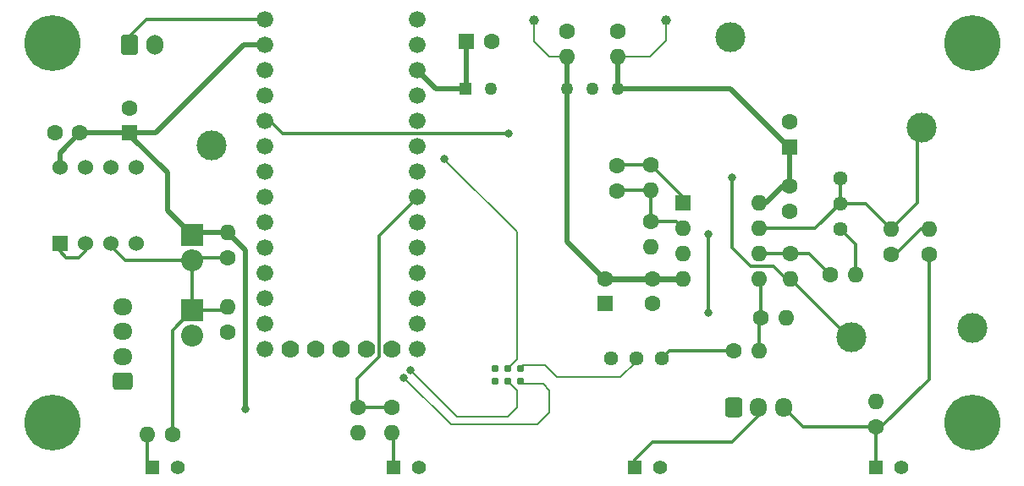
<source format=gbr>
%TF.GenerationSoftware,KiCad,Pcbnew,8.0.1*%
%TF.CreationDate,2024-04-27T15:38:08-04:00*%
%TF.ProjectId,odc-1.2,6f64632d-312e-4322-9e6b-696361645f70,1.2.1*%
%TF.SameCoordinates,Original*%
%TF.FileFunction,Copper,L1,Top*%
%TF.FilePolarity,Positive*%
%FSLAX46Y46*%
G04 Gerber Fmt 4.6, Leading zero omitted, Abs format (unit mm)*
G04 Created by KiCad (PCBNEW 8.0.1) date 2024-04-27 15:38:08*
%MOMM*%
%LPD*%
G01*
G04 APERTURE LIST*
G04 Aperture macros list*
%AMRoundRect*
0 Rectangle with rounded corners*
0 $1 Rounding radius*
0 $2 $3 $4 $5 $6 $7 $8 $9 X,Y pos of 4 corners*
0 Add a 4 corners polygon primitive as box body*
4,1,4,$2,$3,$4,$5,$6,$7,$8,$9,$2,$3,0*
0 Add four circle primitives for the rounded corners*
1,1,$1+$1,$2,$3*
1,1,$1+$1,$4,$5*
1,1,$1+$1,$6,$7*
1,1,$1+$1,$8,$9*
0 Add four rect primitives between the rounded corners*
20,1,$1+$1,$2,$3,$4,$5,0*
20,1,$1+$1,$4,$5,$6,$7,0*
20,1,$1+$1,$6,$7,$8,$9,0*
20,1,$1+$1,$8,$9,$2,$3,0*%
G04 Aperture macros list end*
%TA.AperFunction,ComponentPad*%
%ADD10C,1.600000*%
%TD*%
%TA.AperFunction,ComponentPad*%
%ADD11C,1.440000*%
%TD*%
%TA.AperFunction,ComponentPad*%
%ADD12C,3.000000*%
%TD*%
%TA.AperFunction,ComponentPad*%
%ADD13RoundRect,0.250000X0.725000X-0.600000X0.725000X0.600000X-0.725000X0.600000X-0.725000X-0.600000X0*%
%TD*%
%TA.AperFunction,ComponentPad*%
%ADD14O,1.950000X1.700000*%
%TD*%
%TA.AperFunction,SMDPad,CuDef*%
%ADD15C,1.000000*%
%TD*%
%TA.AperFunction,ComponentPad*%
%ADD16O,1.600000X1.600000*%
%TD*%
%TA.AperFunction,ComponentPad*%
%ADD17R,2.200000X2.200000*%
%TD*%
%TA.AperFunction,ComponentPad*%
%ADD18O,2.200000X2.200000*%
%TD*%
%TA.AperFunction,ComponentPad*%
%ADD19C,5.600000*%
%TD*%
%TA.AperFunction,ComponentPad*%
%ADD20RoundRect,0.250000X-0.600000X-0.725000X0.600000X-0.725000X0.600000X0.725000X-0.600000X0.725000X0*%
%TD*%
%TA.AperFunction,ComponentPad*%
%ADD21O,1.700000X1.950000*%
%TD*%
%TA.AperFunction,ComponentPad*%
%ADD22R,1.398000X1.398000*%
%TD*%
%TA.AperFunction,ComponentPad*%
%ADD23C,1.398000*%
%TD*%
%TA.AperFunction,ConnectorPad*%
%ADD24C,0.787400*%
%TD*%
%TA.AperFunction,ComponentPad*%
%ADD25R,1.524000X1.524000*%
%TD*%
%TA.AperFunction,ComponentPad*%
%ADD26C,1.524000*%
%TD*%
%TA.AperFunction,ComponentPad*%
%ADD27R,1.270000X1.270000*%
%TD*%
%TA.AperFunction,ComponentPad*%
%ADD28C,1.270000*%
%TD*%
%TA.AperFunction,ComponentPad*%
%ADD29R,1.600000X1.600000*%
%TD*%
%TA.AperFunction,ComponentPad*%
%ADD30C,1.676400*%
%TD*%
%TA.AperFunction,ComponentPad*%
%ADD31C,1.778000*%
%TD*%
%TA.AperFunction,ComponentPad*%
%ADD32RoundRect,0.250000X-0.600000X-0.750000X0.600000X-0.750000X0.600000X0.750000X-0.600000X0.750000X0*%
%TD*%
%TA.AperFunction,ComponentPad*%
%ADD33O,1.700000X2.000000*%
%TD*%
%TA.AperFunction,ViaPad*%
%ADD34C,0.800000*%
%TD*%
%TA.AperFunction,Conductor*%
%ADD35C,0.300000*%
%TD*%
%TA.AperFunction,Conductor*%
%ADD36C,0.150000*%
%TD*%
%TA.AperFunction,Conductor*%
%ADD37C,0.200000*%
%TD*%
%TA.AperFunction,Conductor*%
%ADD38C,0.500000*%
%TD*%
G04 APERTURE END LIST*
D10*
%TO.P,C4,1*%
%TO.N,-12V*%
X114008000Y-77630000D03*
%TO.P,C4,2*%
%TO.N,GND*%
X114008000Y-80130000D03*
%TD*%
%TO.P,C3,1*%
%TO.N,GND*%
X127724000Y-70828000D03*
%TO.P,C3,2*%
%TO.N,+12V*%
X127724000Y-68328000D03*
%TD*%
D11*
%TO.P,RV2,1,1*%
%TO.N,Net-(R16-Pad2)*%
X132804000Y-72606000D03*
%TO.P,RV2,2,2*%
%TO.N,Net-(R1-Pad2)*%
X132804000Y-70066000D03*
%TO.P,RV2,3,3*%
X132804000Y-67526000D03*
%TD*%
D12*
%TO.P,TP11,1,1*%
%TO.N,VIN*%
X69950000Y-64300000D03*
%TD*%
D13*
%TO.P,J6,1,Pin_1*%
%TO.N,ADC_EXP1*%
X61000000Y-87900000D03*
D14*
%TO.P,J6,2,Pin_2*%
%TO.N,ADC_EXP2*%
X61000000Y-85400000D03*
%TO.P,J6,3,Pin_3*%
%TO.N,GND*%
X61000000Y-82900000D03*
%TO.P,J6,4,Pin_4*%
%TO.N,+3V3*%
X61000000Y-80400000D03*
%TD*%
D15*
%TO.P,TP9,1,1*%
%TO.N,+12V*%
X115350000Y-51700000D03*
%TD*%
D10*
%TO.P,C8,1*%
%TO.N,Net-(SW1-A)*%
X110452000Y-66296000D03*
%TO.P,C8,2*%
%TO.N,Net-(U2A--)*%
X110452000Y-68796000D03*
%TD*%
%TO.P,R2,1*%
%TO.N,Net-(J3-In)*%
X141694000Y-75146000D03*
D16*
%TO.P,R2,2*%
%TO.N,Net-(U2A-+)*%
X141694000Y-72606000D03*
%TD*%
D10*
%TO.P,R10,1*%
%TO.N,Net-(D1-A)*%
X66045000Y-93250000D03*
D16*
%TO.P,R10,2*%
%TO.N,Net-(J4-In)*%
X63505000Y-93250000D03*
%TD*%
D12*
%TO.P,TP7,1,1*%
%TO.N,GND*%
X121825000Y-53400000D03*
%TD*%
D10*
%TO.P,C1,1*%
%TO.N,+3V3*%
X56750000Y-63000000D03*
%TO.P,C1,2*%
%TO.N,GND*%
X54250000Y-63000000D03*
%TD*%
%TO.P,R13,1*%
%TO.N,GND*%
X105500000Y-52794000D03*
D16*
%TO.P,R13,2*%
%TO.N,-12V*%
X105500000Y-55334000D03*
%TD*%
D17*
%TO.P,D2,1,K*%
%TO.N,Net-(D1-A)*%
X68000000Y-80750000D03*
D18*
%TO.P,D2,2,A*%
%TO.N,GND*%
X68000000Y-83290000D03*
%TD*%
D10*
%TO.P,R3,1*%
%TO.N,Net-(SW1-A)*%
X113903000Y-66200000D03*
D16*
%TO.P,R3,2*%
%TO.N,Net-(U2A--)*%
X113903000Y-68740000D03*
%TD*%
D19*
%TO.P,H2,1,1*%
%TO.N,GND*%
X146000000Y-54000000D03*
%TD*%
D10*
%TO.P,R11,1*%
%TO.N,Net-(D1-A)*%
X71500000Y-75500000D03*
D16*
%TO.P,R11,2*%
%TO.N,+3V3*%
X71500000Y-72960000D03*
%TD*%
D20*
%TO.P,SW1,1,A*%
%TO.N,Net-(SW1-A)*%
X122133000Y-90513000D03*
D21*
%TO.P,SW1,2,B*%
%TO.N,Net-(J2-In)*%
X124633000Y-90513000D03*
%TO.P,SW1,3,C*%
%TO.N,Net-(J3-In)*%
X127133000Y-90513000D03*
%TD*%
D12*
%TO.P,TP6,1,1*%
%TO.N,GND*%
X146012000Y-82512000D03*
%TD*%
D22*
%TO.P,J1,1,In*%
%TO.N,Net-(J1-In)*%
X88124082Y-96520000D03*
D23*
%TO.P,J1,2,Ext*%
%TO.N,GND*%
X90664082Y-96520000D03*
%TD*%
D24*
%TO.P,J7,1,VCC*%
%TO.N,+3V3*%
X100805000Y-86581000D03*
%TO.P,J7,2,SWDIO*%
%TO.N,Net-(J5-SWDIO)*%
X100805000Y-87851000D03*
%TO.P,J7,3,~{RESET}*%
%TO.N,Net-(J5-RESET)*%
X99535000Y-86581000D03*
%TO.P,J7,4,SWCLK*%
%TO.N,Net-(J5-SWCLK)*%
X99535000Y-87851000D03*
%TO.P,J7,5,GND*%
%TO.N,GND*%
X98265000Y-86581000D03*
%TO.P,J7,6,SWO*%
%TO.N,unconnected-(J7-SWO-Pad6)*%
X98265000Y-87851000D03*
%TD*%
D22*
%TO.P,J4,1,In*%
%TO.N,Net-(J4-In)*%
X64000000Y-96520000D03*
D23*
%TO.P,J4,2,Ext*%
%TO.N,GND*%
X66540000Y-96520000D03*
%TD*%
D19*
%TO.P,H1,1,1*%
%TO.N,GND*%
X146000000Y-92000000D03*
%TD*%
D25*
%TO.P,U1,1,OUT1*%
%TO.N,VIN*%
X54750000Y-74120000D03*
D26*
%TO.P,U1,2,-IN1*%
X57290000Y-74120000D03*
%TO.P,U1,3,+IN1*%
%TO.N,Net-(D1-A)*%
X59830000Y-74120000D03*
%TO.P,U1,4,-VS*%
%TO.N,GND*%
X62370000Y-74120000D03*
%TO.P,U1,5,+IN2*%
%TO.N,unconnected-(U1-+IN2-Pad5)*%
X62370000Y-66500000D03*
%TO.P,U1,6,-IN2*%
%TO.N,unconnected-(U1--IN2-Pad6)*%
X59830000Y-66500000D03*
%TO.P,U1,7,OUT2*%
%TO.N,unconnected-(U1-OUT2-Pad7)*%
X57290000Y-66500000D03*
%TO.P,U1,8,+VS*%
%TO.N,+3V3*%
X54750000Y-66500000D03*
%TD*%
D10*
%TO.P,R15,1*%
%TO.N,Net-(R15-Pad1)*%
X122136000Y-84798000D03*
D16*
%TO.P,R15,2*%
%TO.N,Net-(U2B-+)*%
X124676000Y-84798000D03*
%TD*%
D19*
%TO.P,H4,1,1*%
%TO.N,GND*%
X54000000Y-92000000D03*
%TD*%
D10*
%TO.P,R8,1*%
%TO.N,TTL*%
X88000000Y-90500000D03*
D16*
%TO.P,R8,2*%
%TO.N,Net-(J1-In)*%
X88000000Y-93040000D03*
%TD*%
D27*
%TO.P,U3,1,+VIN(VCC)*%
%TO.N,+5V*%
X95350000Y-58600000D03*
D28*
%TO.P,U3,2,-VIN(GND)*%
%TO.N,GND*%
X97890000Y-58600000D03*
%TO.P,U3,5,-VOUT*%
%TO.N,-12V*%
X105510000Y-58600000D03*
%TO.P,U3,6,COMMON*%
%TO.N,GND*%
X108050000Y-58600000D03*
%TO.P,U3,7,+VOUT*%
%TO.N,+12V*%
X110590000Y-58600000D03*
%TD*%
D29*
%TO.P,C7,1*%
%TO.N,GND*%
X109309000Y-80099000D03*
D10*
%TO.P,C7,2*%
%TO.N,-12V*%
X109309000Y-77599000D03*
%TD*%
D22*
%TO.P,J2,1,In*%
%TO.N,Net-(J2-In)*%
X112248164Y-96520000D03*
D23*
%TO.P,J2,2,Ext*%
%TO.N,GND*%
X114788164Y-96520000D03*
%TD*%
D10*
%TO.P,R1,1*%
%TO.N,Net-(U2A-+)*%
X137884000Y-75146000D03*
D16*
%TO.P,R1,2*%
%TO.N,Net-(R1-Pad2)*%
X137884000Y-72606000D03*
%TD*%
D29*
%TO.P,C5,1*%
%TO.N,+5V*%
X95415200Y-53810000D03*
D10*
%TO.P,C5,2*%
%TO.N,GND*%
X97915200Y-53810000D03*
%TD*%
D17*
%TO.P,D1,1,K*%
%TO.N,+3V3*%
X68000000Y-73250000D03*
D18*
%TO.P,D1,2,A*%
%TO.N,Net-(D1-A)*%
X68000000Y-75790000D03*
%TD*%
D10*
%TO.P,R5,1*%
%TO.N,Net-(U2B--)*%
X127873000Y-75090000D03*
D16*
%TO.P,R5,2*%
%TO.N,VDAC*%
X127873000Y-77630000D03*
%TD*%
D19*
%TO.P,H3,1,1*%
%TO.N,GND*%
X54000000Y-54000000D03*
%TD*%
D10*
%TO.P,R12,1*%
%TO.N,GND*%
X71500000Y-83000000D03*
D16*
%TO.P,R12,2*%
%TO.N,Net-(D1-A)*%
X71500000Y-80460000D03*
%TD*%
D29*
%TO.P,C6,1*%
%TO.N,+12V*%
X127724000Y-64413112D03*
D10*
%TO.P,C6,2*%
%TO.N,GND*%
X127724000Y-61913112D03*
%TD*%
D12*
%TO.P,TP1,1,1*%
%TO.N,Net-(R1-Pad2)*%
X140932000Y-62446000D03*
%TD*%
D10*
%TO.P,R16,1*%
%TO.N,Net-(U2B--)*%
X131788000Y-77178000D03*
D16*
%TO.P,R16,2*%
%TO.N,Net-(R16-Pad2)*%
X134328000Y-77178000D03*
%TD*%
D22*
%TO.P,J3,1,In*%
%TO.N,Net-(J3-In)*%
X136372246Y-96520000D03*
D23*
%TO.P,J3,2,Ext*%
%TO.N,GND*%
X138912246Y-96520000D03*
%TD*%
D12*
%TO.P,TP4,1,1*%
%TO.N,VDAC*%
X133900000Y-83475000D03*
%TD*%
D10*
%TO.P,R9,1*%
%TO.N,TTL*%
X84571000Y-90500000D03*
D16*
%TO.P,R9,2*%
%TO.N,GND*%
X84571000Y-93040000D03*
%TD*%
D15*
%TO.P,TP10,1,1*%
%TO.N,-12V*%
X102200000Y-51700000D03*
%TD*%
D30*
%TO.P,J5,1,RESET*%
%TO.N,Net-(J5-RESET)*%
X75260000Y-51660000D03*
%TO.P,J5,2,3V3*%
%TO.N,+3V3*%
X75260000Y-54200000D03*
%TO.P,J5,3,AREF*%
%TO.N,unconnected-(J5-AREF-Pad3)*%
X75260000Y-56740000D03*
%TO.P,J5,4,Vhi*%
%TO.N,unconnected-(J5-Vhi-Pad4)*%
X75260000Y-59280000D03*
%TO.P,J5,5,A0*%
%TO.N,VDAC*%
X75260000Y-61820000D03*
%TO.P,J5,6,A1*%
%TO.N,unconnected-(J5-A1-Pad6)*%
X75260000Y-64360000D03*
%TO.P,J5,7,A2*%
%TO.N,unconnected-(J5-A2-Pad7)*%
X75260000Y-66900000D03*
%TO.P,J5,8,A3*%
%TO.N,VIN*%
X75260000Y-69440000D03*
%TO.P,J5,9,A4*%
%TO.N,ADC_EXP1*%
X75260000Y-71980000D03*
%TO.P,J5,10,A5*%
%TO.N,ADC_EXP2*%
X75260000Y-74520000D03*
%TO.P,J5,11,SCK*%
%TO.N,unconnected-(J5-SCK-Pad11)*%
X75260000Y-77060000D03*
%TO.P,J5,12,MOSI*%
%TO.N,unconnected-(J5-MOSI-Pad12)*%
X75260000Y-79600000D03*
%TO.P,J5,13,MISO*%
%TO.N,unconnected-(J5-MISO-Pad13)*%
X75260000Y-82140000D03*
%TO.P,J5,14,D2*%
%TO.N,unconnected-(J5-D2-Pad14)*%
X75260000Y-84680000D03*
%TO.P,J5,15,RX*%
%TO.N,unconnected-(J5-RX-Pad15)*%
X90500000Y-84680000D03*
%TO.P,J5,16,TX*%
%TO.N,unconnected-(J5-TX-Pad16)*%
X90500000Y-82140000D03*
%TO.P,J5,17,SDA*%
%TO.N,unconnected-(J5-SDA-Pad17)*%
X90500000Y-79600000D03*
%TO.P,J5,18,SCL*%
%TO.N,unconnected-(J5-SCL-Pad18)*%
X90500000Y-77060000D03*
%TO.P,J5,19,D5*%
%TO.N,unconnected-(J5-D5-Pad19)*%
X90500000Y-74520000D03*
%TO.P,J5,20,D7*%
%TO.N,unconnected-(J5-D7-Pad20)*%
X90500000Y-71980000D03*
%TO.P,J5,21,D9*%
%TO.N,TTL*%
X90500000Y-69440000D03*
%TO.P,J5,22,D10*%
%TO.N,unconnected-(J5-D10-Pad22)*%
X90500000Y-66900000D03*
%TO.P,J5,23,D11*%
%TO.N,unconnected-(J5-D11-Pad23)*%
X90500000Y-64360000D03*
%TO.P,J5,24,D12*%
%TO.N,unconnected-(J5-D12-Pad24)*%
X90500000Y-61820000D03*
%TO.P,J5,25,D13*%
%TO.N,unconnected-(J5-D13-Pad25)*%
X90500000Y-59280000D03*
%TO.P,J5,26,VBUS*%
%TO.N,+5V*%
X90500000Y-56740000D03*
%TO.P,J5,27,GND*%
%TO.N,GND*%
X90500000Y-54200000D03*
%TO.P,J5,28,VBAT*%
%TO.N,unconnected-(J5-VBAT-Pad28)*%
X90500001Y-51659999D03*
D31*
%TO.P,J5,29,EN*%
%TO.N,unconnected-(J5-EN-Pad29)*%
X77800000Y-84680000D03*
%TO.P,J5,30,SWDIO*%
%TO.N,Net-(J5-SWDIO)*%
X80340000Y-84680000D03*
%TO.P,J5,31,SWCLK*%
%TO.N,Net-(J5-SWCLK)*%
X82880000Y-84680000D03*
%TO.P,J5,32,D3*%
%TO.N,unconnected-(J5-D3-Pad32)*%
X85420000Y-84680000D03*
%TO.P,J5,33,D4*%
%TO.N,unconnected-(J5-D4-Pad33)*%
X87960000Y-84680000D03*
%TD*%
D10*
%TO.P,R14,1*%
%TO.N,GND*%
X110580000Y-52794000D03*
D16*
%TO.P,R14,2*%
%TO.N,+12V*%
X110580000Y-55334000D03*
%TD*%
D32*
%TO.P,SW2,1,1*%
%TO.N,Net-(J5-RESET)*%
X61750000Y-54150000D03*
D33*
%TO.P,SW2,2,2*%
%TO.N,GND*%
X64250000Y-54150000D03*
%TD*%
D10*
%TO.P,R7,1*%
%TO.N,Net-(J3-In)*%
X136360000Y-92480000D03*
D16*
%TO.P,R7,2*%
%TO.N,GND*%
X136360000Y-89940000D03*
%TD*%
D11*
%TO.P,RV1,1,1*%
%TO.N,Net-(R15-Pad1)*%
X114935000Y-85600000D03*
%TO.P,RV1,2,2*%
%TO.N,+3V3*%
X112395000Y-85600000D03*
%TO.P,RV1,3,3*%
%TO.N,GND*%
X109855000Y-85600000D03*
%TD*%
D10*
%TO.P,R4,1*%
%TO.N,Net-(U2A--)*%
X113903000Y-71915000D03*
D16*
%TO.P,R4,2*%
%TO.N,GND*%
X113903000Y-74455000D03*
%TD*%
D29*
%TO.P,U2,1*%
%TO.N,Net-(SW1-A)*%
X117088000Y-70020000D03*
D16*
%TO.P,U2,2,-*%
%TO.N,Net-(U2A--)*%
X117088000Y-72560000D03*
%TO.P,U2,3,+*%
%TO.N,Net-(U2A-+)*%
X117088000Y-75100000D03*
%TO.P,U2,4,V-*%
%TO.N,-12V*%
X117088000Y-77640000D03*
%TO.P,U2,5,+*%
%TO.N,Net-(U2B-+)*%
X124708000Y-77640000D03*
%TO.P,U2,6,-*%
%TO.N,Net-(U2B--)*%
X124708000Y-75100000D03*
%TO.P,U2,7*%
%TO.N,Net-(R1-Pad2)*%
X124708000Y-72560000D03*
%TO.P,U2,8,V+*%
%TO.N,+12V*%
X124708000Y-70020000D03*
%TD*%
D10*
%TO.P,R6,1*%
%TO.N,Net-(U2B-+)*%
X124901000Y-81496000D03*
D16*
%TO.P,R6,2*%
%TO.N,GND*%
X127441000Y-81496000D03*
%TD*%
D29*
%TO.P,C2,1*%
%TO.N,+3V3*%
X61750000Y-63000000D03*
D10*
%TO.P,C2,2*%
%TO.N,GND*%
X61750000Y-60500000D03*
%TD*%
D34*
%TO.N,Net-(SW1-A)*%
X119596000Y-73114000D03*
X119596000Y-80988000D03*
%TO.N,Net-(J5-RESET)*%
X93225000Y-65650000D03*
%TO.N,+3V3*%
X73325000Y-90650000D03*
%TO.N,VDAC*%
X99675000Y-63075000D03*
X122000000Y-67500000D03*
%TO.N,Net-(J5-SWCLK)*%
X89850000Y-86775000D03*
%TO.N,Net-(J5-SWDIO)*%
X89162176Y-87500881D03*
%TD*%
D35*
%TO.N,Net-(D1-A)*%
X68000000Y-80750000D02*
X71210000Y-80750000D01*
X61250000Y-75750000D02*
X59830000Y-74330000D01*
X68000000Y-80750000D02*
X68000000Y-75790000D01*
X65990001Y-82759999D02*
X68000000Y-80750000D01*
X67960000Y-75750000D02*
X61250000Y-75750000D01*
X71500000Y-75500000D02*
X68290000Y-75500000D01*
X65990001Y-92450001D02*
X65990001Y-82759999D01*
%TO.N,Net-(J1-In)*%
X88124082Y-96520000D02*
X88124082Y-93164082D01*
%TO.N,Net-(J2-In)*%
X124633000Y-91367000D02*
X124633000Y-90513000D01*
X112248164Y-96520000D02*
X112248164Y-95751836D01*
X122000000Y-94000000D02*
X124633000Y-91367000D01*
X112248164Y-95751836D02*
X114000000Y-94000000D01*
X114000000Y-94000000D02*
X122000000Y-94000000D01*
%TO.N,Net-(J3-In)*%
X136372246Y-96520000D02*
X136372246Y-92681246D01*
X129100000Y-92480000D02*
X127133000Y-90513000D01*
X141694000Y-87681000D02*
X136895000Y-92480000D01*
X141694000Y-75146000D02*
X141694000Y-87681000D01*
X136360000Y-92480000D02*
X129100000Y-92480000D01*
%TO.N,Net-(J4-In)*%
X63505000Y-93250000D02*
X63505000Y-96025000D01*
%TO.N,Net-(U2A-+)*%
X140909000Y-72606000D02*
X138369000Y-75146000D01*
X141694000Y-72606000D02*
X140909000Y-72606000D01*
%TO.N,Net-(R1-Pad2)*%
X132804000Y-70066000D02*
X130310000Y-72560000D01*
X140500000Y-69990000D02*
X140500000Y-62878000D01*
X130310000Y-72560000D02*
X124708000Y-72560000D01*
X132804000Y-67526000D02*
X132804000Y-70066000D01*
X137884000Y-72606000D02*
X140500000Y-69990000D01*
X137884000Y-72606000D02*
X135344000Y-70066000D01*
X135344000Y-70066000D02*
X132804000Y-70066000D01*
%TO.N,Net-(SW1-A)*%
X113903000Y-66200000D02*
X110548000Y-66200000D01*
X117088000Y-69385000D02*
X113903000Y-66200000D01*
X119596000Y-80988000D02*
X119596000Y-73114000D01*
%TO.N,Net-(U2A--)*%
X113903000Y-71915000D02*
X116443000Y-71915000D01*
X113903000Y-68740000D02*
X113903000Y-71915000D01*
X113903000Y-68740000D02*
X110508000Y-68740000D01*
X116443000Y-71915000D02*
X117088000Y-72560000D01*
%TO.N,Net-(U2B--)*%
X124708000Y-75100000D02*
X127863000Y-75100000D01*
X127873000Y-75090000D02*
X129700000Y-75090000D01*
X129700000Y-75090000D02*
X131788000Y-77178000D01*
%TO.N,Net-(U2B-+)*%
X124901000Y-81496000D02*
X124901000Y-77833000D01*
X124676000Y-84798000D02*
X124676000Y-81721000D01*
%TO.N,VIN*%
X57290000Y-74830000D02*
X57290000Y-74120000D01*
X55370000Y-75500000D02*
X56620000Y-75500000D01*
X54750000Y-74120000D02*
X54750000Y-74880000D01*
X56620000Y-75500000D02*
X57290000Y-74830000D01*
X54750000Y-74880000D02*
X55370000Y-75500000D01*
%TO.N,Net-(J5-RESET)*%
X75260000Y-51660000D02*
X63390000Y-51660000D01*
D36*
X93200000Y-65650000D02*
X93175000Y-65625000D01*
D37*
X100475000Y-85641000D02*
X100475000Y-72925000D01*
D35*
X61750000Y-53300000D02*
X61750000Y-54150000D01*
D37*
X99535000Y-86581000D02*
X100475000Y-85641000D01*
X100475000Y-72925000D02*
X93225000Y-65675000D01*
D36*
X93225000Y-65650000D02*
X93200000Y-65650000D01*
D35*
X63390000Y-51660000D02*
X61750000Y-53300000D01*
D37*
X93225000Y-65675000D02*
X93225000Y-65650000D01*
D38*
%TO.N,+3V3*%
X71500000Y-72960000D02*
X73325000Y-74785000D01*
X61750000Y-63000000D02*
X64350000Y-63000000D01*
D37*
X104500000Y-87475000D02*
X110850000Y-87475000D01*
D38*
X64350000Y-63000000D02*
X73150000Y-54200000D01*
X68000000Y-73250000D02*
X65500000Y-70750000D01*
D37*
X100805000Y-86581000D02*
X101086000Y-86300000D01*
D38*
X65500000Y-70750000D02*
X65500000Y-67000000D01*
X61750000Y-63000000D02*
X56750000Y-63000000D01*
X65500000Y-67000000D02*
X61750000Y-63250000D01*
X54750000Y-65000000D02*
X54750000Y-66500000D01*
D37*
X112395000Y-85930000D02*
X112395000Y-85600000D01*
D38*
X71500000Y-72960000D02*
X68290000Y-72960000D01*
D37*
X103325000Y-86300000D02*
X104500000Y-87475000D01*
D38*
X73325000Y-74785000D02*
X73325000Y-90650000D01*
X73150000Y-54200000D02*
X75260000Y-54200000D01*
D37*
X101086000Y-86300000D02*
X103325000Y-86300000D01*
X110850000Y-87475000D02*
X112395000Y-85930000D01*
D38*
X56750000Y-63000000D02*
X54750000Y-65000000D01*
%TO.N,+5V*%
X95400000Y-53850000D02*
X95400000Y-58550000D01*
X95350000Y-58600000D02*
X92400000Y-58600000D01*
X92400000Y-58600000D02*
X90540000Y-56740000D01*
D35*
%TO.N,VDAC*%
X122000000Y-67500000D02*
X122000000Y-74502000D01*
X77045000Y-63075000D02*
X75790000Y-61820000D01*
X126150000Y-76400000D02*
X127380000Y-77630000D01*
X123898000Y-76400000D02*
X126150000Y-76400000D01*
X122000000Y-74502000D02*
X123898000Y-76400000D01*
X99675000Y-63075000D02*
X77045000Y-63075000D01*
X127873000Y-77630000D02*
X133009000Y-82766000D01*
%TO.N,TTL*%
X86700000Y-85425000D02*
X86700000Y-73300000D01*
X84500000Y-90500000D02*
X84500000Y-87625000D01*
X84500000Y-87625000D02*
X86700000Y-85425000D01*
X88000000Y-90500000D02*
X84571000Y-90500000D01*
X86700000Y-73300000D02*
X90500000Y-69500000D01*
D38*
%TO.N,-12V*%
X105500000Y-55334000D02*
X105500000Y-58590000D01*
D37*
X105500000Y-55334000D02*
X103684000Y-55334000D01*
X102200000Y-53850000D02*
X102200000Y-51700000D01*
X103684000Y-55334000D02*
X102200000Y-53850000D01*
D38*
X105504000Y-58606000D02*
X105504000Y-73881000D01*
X109419600Y-77709600D02*
X117157600Y-77709600D01*
X109253000Y-77630000D02*
X114008000Y-77630000D01*
X117088000Y-77640000D02*
X114018000Y-77640000D01*
X105504000Y-73881000D02*
X109253000Y-77630000D01*
D37*
%TO.N,+12V*%
X113791000Y-55334000D02*
X115350000Y-53775000D01*
D38*
X127724000Y-64478000D02*
X127724000Y-68328000D01*
X110590000Y-58600000D02*
X121846000Y-58600000D01*
X127724000Y-68328000D02*
X127036000Y-68328000D01*
X125344000Y-70020000D02*
X124708000Y-70020000D01*
D37*
X110580000Y-55334000D02*
X113791000Y-55334000D01*
D38*
X121846000Y-58600000D02*
X127724000Y-64478000D01*
X127036000Y-68328000D02*
X125344000Y-70020000D01*
X110580000Y-55334000D02*
X110580000Y-58590000D01*
D37*
X115350000Y-53775000D02*
X115350000Y-51700000D01*
D38*
X127724000Y-64413112D02*
X127724000Y-68328000D01*
D35*
%TO.N,Net-(R16-Pad2)*%
X134328000Y-74130000D02*
X132804000Y-72606000D01*
X134328000Y-77178000D02*
X134328000Y-74130000D01*
%TO.N,Net-(R15-Pad1)*%
X114935000Y-85600000D02*
X115737000Y-84798000D01*
X115737000Y-84798000D02*
X122136000Y-84798000D01*
D37*
%TO.N,Net-(J5-SWCLK)*%
X94500000Y-91425000D02*
X89850000Y-86775000D01*
X100475000Y-90475000D02*
X99525000Y-91425000D01*
X99525000Y-91425000D02*
X94500000Y-91425000D01*
X100475000Y-88791000D02*
X100475000Y-90475000D01*
X99535000Y-87851000D02*
X100475000Y-88791000D01*
%TO.N,Net-(J5-SWDIO)*%
X93850000Y-92175000D02*
X102550000Y-92175000D01*
X101104000Y-88150000D02*
X100805000Y-87851000D01*
X102550000Y-92175000D02*
X103750000Y-90975000D01*
X103125000Y-88150000D02*
X101104000Y-88150000D01*
X103750000Y-88775000D02*
X103125000Y-88150000D01*
X89162176Y-87500881D02*
X89175881Y-87500881D01*
X89175881Y-87500881D02*
X93850000Y-92175000D01*
X103750000Y-90975000D02*
X103750000Y-88775000D01*
%TD*%
M02*

</source>
